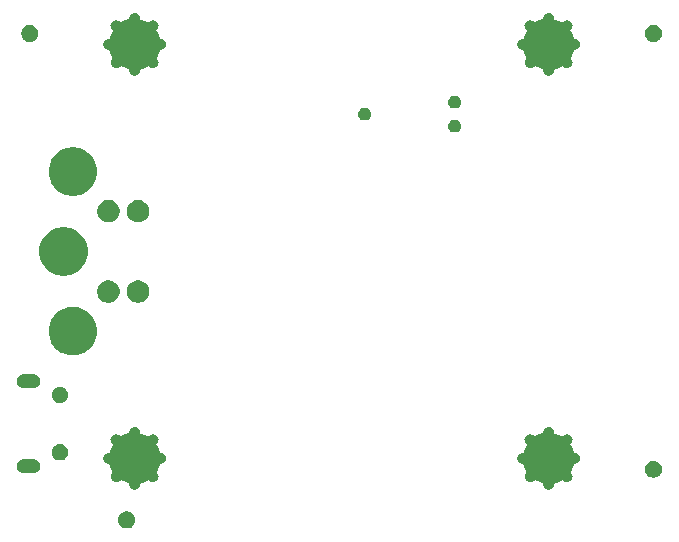
<source format=gbs>
G04 #@! TF.GenerationSoftware,KiCad,Pcbnew,(5.1.5-0-10_14)*
G04 #@! TF.CreationDate,2021-02-17T02:27:33-05:00*
G04 #@! TF.ProjectId,ADBT,41444254-2e6b-4696-9361-645f70636258,rev?*
G04 #@! TF.SameCoordinates,Original*
G04 #@! TF.FileFunction,Soldermask,Bot*
G04 #@! TF.FilePolarity,Negative*
%FSLAX46Y46*%
G04 Gerber Fmt 4.6, Leading zero omitted, Abs format (unit mm)*
G04 Created by KiCad (PCBNEW (5.1.5-0-10_14)) date 2021-02-17 02:27:33*
%MOMM*%
%LPD*%
G04 APERTURE LIST*
%ADD10C,0.400000*%
%ADD11C,0.450000*%
%ADD12C,4.200000*%
%ADD13C,0.100000*%
G04 APERTURE END LIST*
D10*
X113273900Y-109965500D02*
G75*
G02X113673900Y-109565500I200000J200000D01*
G01*
D11*
X112823900Y-111065500D02*
G75*
G03X112823900Y-111565500I0J-250000D01*
G01*
D10*
X113273900Y-112665500D02*
G75*
G03X113673900Y-113065500I200000J-200000D01*
G01*
D11*
X114773900Y-113515500D02*
G75*
G03X115273900Y-113515500I250000J0D01*
G01*
D10*
X116773900Y-112665500D02*
G75*
G02X116373900Y-113065500I-200000J-200000D01*
G01*
D11*
X117223900Y-111065500D02*
G75*
G02X117223900Y-111565500I0J-250000D01*
G01*
D10*
X116773900Y-109965500D02*
G75*
G03X116373900Y-109565500I-200000J200000D01*
G01*
D11*
X114773900Y-109115500D02*
G75*
G02X115273900Y-109115500I250000J0D01*
G01*
D12*
X115123900Y-111315500D02*
G75*
G03X115123900Y-111315500I-100000J0D01*
G01*
D10*
X148325900Y-109965500D02*
G75*
G02X148725900Y-109565500I200000J200000D01*
G01*
D11*
X147875900Y-111065500D02*
G75*
G03X147875900Y-111565500I0J-250000D01*
G01*
D10*
X148325900Y-112665500D02*
G75*
G03X148725900Y-113065500I200000J-200000D01*
G01*
D11*
X149825900Y-113515500D02*
G75*
G03X150325900Y-113515500I250000J0D01*
G01*
D10*
X151825900Y-112665500D02*
G75*
G02X151425900Y-113065500I-200000J-200000D01*
G01*
D11*
X152275900Y-111065500D02*
G75*
G02X152275900Y-111565500I0J-250000D01*
G01*
D10*
X151825900Y-109965500D02*
G75*
G03X151425900Y-109565500I-200000J200000D01*
G01*
D11*
X149825900Y-109115500D02*
G75*
G02X150325900Y-109115500I250000J0D01*
G01*
D12*
X150175900Y-111315500D02*
G75*
G03X150175900Y-111315500I-100000J0D01*
G01*
D10*
X113273900Y-74913500D02*
G75*
G02X113673900Y-74513500I200000J200000D01*
G01*
D11*
X112823900Y-76013500D02*
G75*
G03X112823900Y-76513500I0J-250000D01*
G01*
D10*
X113273900Y-77613500D02*
G75*
G03X113673900Y-78013500I200000J-200000D01*
G01*
D11*
X114773900Y-78463500D02*
G75*
G03X115273900Y-78463500I250000J0D01*
G01*
D10*
X116773900Y-77613500D02*
G75*
G02X116373900Y-78013500I-200000J-200000D01*
G01*
D11*
X117223900Y-76013500D02*
G75*
G02X117223900Y-76513500I0J-250000D01*
G01*
D10*
X116773900Y-74913500D02*
G75*
G03X116373900Y-74513500I-200000J200000D01*
G01*
D11*
X114773900Y-74063500D02*
G75*
G02X115273900Y-74063500I250000J0D01*
G01*
D12*
X115123900Y-76263500D02*
G75*
G03X115123900Y-76263500I-100000J0D01*
G01*
D10*
X148325900Y-74913500D02*
G75*
G02X148725900Y-74513500I200000J200000D01*
G01*
D11*
X147875900Y-76013500D02*
G75*
G03X147875900Y-76513500I0J-250000D01*
G01*
D10*
X148325900Y-77613500D02*
G75*
G03X148725900Y-78013500I200000J-200000D01*
G01*
D11*
X149825900Y-78463500D02*
G75*
G03X150325900Y-78463500I250000J0D01*
G01*
D10*
X151825900Y-77613500D02*
G75*
G02X151425900Y-78013500I-200000J-200000D01*
G01*
D11*
X152275900Y-76013500D02*
G75*
G02X152275900Y-76513500I0J-250000D01*
G01*
D10*
X151825900Y-74913500D02*
G75*
G03X151425900Y-74513500I-200000J200000D01*
G01*
D11*
X149825900Y-74063500D02*
G75*
G02X150325900Y-74063500I250000J0D01*
G01*
D12*
X150175900Y-76263500D02*
G75*
G03X150175900Y-76263500I-100000J0D01*
G01*
D13*
G36*
X114561981Y-115839022D02*
G01*
X114561984Y-115839023D01*
X114561983Y-115839023D01*
X114693743Y-115893600D01*
X114753435Y-115933485D01*
X114812322Y-115972832D01*
X114913168Y-116073678D01*
X114992401Y-116192259D01*
X115046978Y-116324019D01*
X115074800Y-116463891D01*
X115074800Y-116606509D01*
X115046978Y-116746381D01*
X115046977Y-116746383D01*
X114992400Y-116878143D01*
X114913167Y-116996723D01*
X114812323Y-117097567D01*
X114693743Y-117176800D01*
X114693742Y-117176801D01*
X114693741Y-117176801D01*
X114561981Y-117231378D01*
X114422109Y-117259200D01*
X114279491Y-117259200D01*
X114139619Y-117231378D01*
X114007859Y-117176801D01*
X114007858Y-117176801D01*
X114007857Y-117176800D01*
X113889277Y-117097567D01*
X113788433Y-116996723D01*
X113709200Y-116878143D01*
X113654623Y-116746383D01*
X113654622Y-116746381D01*
X113626800Y-116606509D01*
X113626800Y-116463891D01*
X113654622Y-116324019D01*
X113709199Y-116192259D01*
X113788432Y-116073678D01*
X113889278Y-115972832D01*
X113948165Y-115933485D01*
X114007857Y-115893600D01*
X114139617Y-115839023D01*
X114139616Y-115839023D01*
X114139619Y-115839022D01*
X114279491Y-115811200D01*
X114422109Y-115811200D01*
X114561981Y-115839022D01*
G37*
G36*
X150207159Y-113082793D02*
G01*
X150241082Y-113096844D01*
X150289055Y-113116715D01*
X150362758Y-113165962D01*
X150425438Y-113228642D01*
X150474685Y-113302345D01*
X150494556Y-113350318D01*
X150508607Y-113384241D01*
X150525900Y-113471178D01*
X150525900Y-113559822D01*
X150508607Y-113646759D01*
X150494556Y-113680682D01*
X150474685Y-113728655D01*
X150425438Y-113802358D01*
X150362758Y-113865038D01*
X150289055Y-113914285D01*
X150241082Y-113934156D01*
X150207159Y-113948207D01*
X150120222Y-113965500D01*
X150031578Y-113965500D01*
X149944641Y-113948207D01*
X149910718Y-113934156D01*
X149862745Y-113914285D01*
X149789042Y-113865038D01*
X149726362Y-113802358D01*
X149677115Y-113728655D01*
X149657244Y-113680682D01*
X149643193Y-113646759D01*
X149625900Y-113559822D01*
X149625900Y-113471178D01*
X149643193Y-113384241D01*
X149657244Y-113350318D01*
X149677115Y-113302345D01*
X149726362Y-113228642D01*
X149789042Y-113165962D01*
X149862745Y-113116715D01*
X149910718Y-113096844D01*
X149944641Y-113082793D01*
X150031578Y-113065500D01*
X150120222Y-113065500D01*
X150207159Y-113082793D01*
G37*
G36*
X115155159Y-113082793D02*
G01*
X115189082Y-113096844D01*
X115237055Y-113116715D01*
X115310758Y-113165962D01*
X115373438Y-113228642D01*
X115422685Y-113302345D01*
X115442556Y-113350318D01*
X115456607Y-113384241D01*
X115473900Y-113471178D01*
X115473900Y-113559822D01*
X115456607Y-113646759D01*
X115442556Y-113680682D01*
X115422685Y-113728655D01*
X115373438Y-113802358D01*
X115310758Y-113865038D01*
X115237055Y-113914285D01*
X115189082Y-113934156D01*
X115155159Y-113948207D01*
X115068222Y-113965500D01*
X114979578Y-113965500D01*
X114892641Y-113948207D01*
X114858718Y-113934156D01*
X114810745Y-113914285D01*
X114737042Y-113865038D01*
X114674362Y-113802358D01*
X114625115Y-113728655D01*
X114605244Y-113680682D01*
X114591193Y-113646759D01*
X114573900Y-113559822D01*
X114573900Y-113471178D01*
X114591193Y-113384241D01*
X114605244Y-113350318D01*
X114625115Y-113302345D01*
X114674362Y-113228642D01*
X114737042Y-113165962D01*
X114810745Y-113116715D01*
X114858718Y-113096844D01*
X114892641Y-113082793D01*
X114979578Y-113065500D01*
X115068222Y-113065500D01*
X115155159Y-113082793D01*
G37*
G36*
X148657159Y-109332793D02*
G01*
X148691082Y-109346844D01*
X148739055Y-109366715D01*
X148812758Y-109415962D01*
X148875438Y-109478642D01*
X148924685Y-109552345D01*
X148944556Y-109600318D01*
X148958607Y-109634241D01*
X148975900Y-109721178D01*
X148975900Y-109809822D01*
X148958607Y-109896759D01*
X148944556Y-109930682D01*
X148924685Y-109978655D01*
X148895385Y-110022505D01*
X148890769Y-110031142D01*
X148887924Y-110040522D01*
X148886963Y-110050276D01*
X148887924Y-110060030D01*
X148890769Y-110069410D01*
X148895389Y-110078054D01*
X148901607Y-110085631D01*
X148909184Y-110091849D01*
X148917828Y-110096469D01*
X148927208Y-110099314D01*
X148936962Y-110100275D01*
X148946716Y-110099314D01*
X148956096Y-110096469D01*
X148964740Y-110091849D01*
X148972311Y-110085636D01*
X149024086Y-110033861D01*
X149294332Y-109853289D01*
X149294333Y-109853288D01*
X149470233Y-109780428D01*
X149594613Y-109728908D01*
X149754001Y-109697204D01*
X149913388Y-109665500D01*
X150238412Y-109665500D01*
X150397799Y-109697204D01*
X150557187Y-109728908D01*
X150681567Y-109780428D01*
X150857467Y-109853288D01*
X150857468Y-109853289D01*
X151127714Y-110033861D01*
X151179489Y-110085636D01*
X151187060Y-110091849D01*
X151195704Y-110096469D01*
X151205084Y-110099314D01*
X151214838Y-110100275D01*
X151224592Y-110099314D01*
X151233972Y-110096469D01*
X151242616Y-110091849D01*
X151250193Y-110085631D01*
X151256411Y-110078054D01*
X151261031Y-110069410D01*
X151263876Y-110060030D01*
X151264837Y-110050276D01*
X151263876Y-110040522D01*
X151261031Y-110031142D01*
X151256415Y-110022505D01*
X151227115Y-109978655D01*
X151207244Y-109930682D01*
X151193193Y-109896759D01*
X151175900Y-109809822D01*
X151175900Y-109721178D01*
X151193193Y-109634241D01*
X151207244Y-109600318D01*
X151227115Y-109552345D01*
X151276362Y-109478642D01*
X151339042Y-109415962D01*
X151412745Y-109366715D01*
X151460718Y-109346844D01*
X151494641Y-109332793D01*
X151581578Y-109315500D01*
X151670222Y-109315500D01*
X151757159Y-109332793D01*
X151791082Y-109346844D01*
X151839055Y-109366715D01*
X151912758Y-109415962D01*
X151975438Y-109478642D01*
X152024685Y-109552345D01*
X152044556Y-109600318D01*
X152058607Y-109634241D01*
X152075900Y-109721178D01*
X152075900Y-109809822D01*
X152058607Y-109896759D01*
X152044556Y-109930682D01*
X152024685Y-109978655D01*
X151975438Y-110052358D01*
X151912758Y-110115038D01*
X151839055Y-110164285D01*
X151801918Y-110179667D01*
X151757159Y-110198207D01*
X151670222Y-110215500D01*
X151581578Y-110215500D01*
X151494641Y-110198207D01*
X151449882Y-110179667D01*
X151412745Y-110164285D01*
X151368895Y-110134985D01*
X151360258Y-110130369D01*
X151350878Y-110127524D01*
X151341124Y-110126563D01*
X151331370Y-110127524D01*
X151321990Y-110130369D01*
X151313346Y-110134989D01*
X151305769Y-110141207D01*
X151299551Y-110148784D01*
X151294931Y-110157428D01*
X151292086Y-110166808D01*
X151291125Y-110176562D01*
X151292086Y-110186316D01*
X151294931Y-110195696D01*
X151299551Y-110204340D01*
X151305764Y-110211911D01*
X151357539Y-110263686D01*
X151357540Y-110263688D01*
X151538112Y-110533933D01*
X151563746Y-110595819D01*
X151662492Y-110834213D01*
X151688698Y-110965962D01*
X151725900Y-111152988D01*
X151725900Y-111478012D01*
X151715827Y-111528653D01*
X151662492Y-111796787D01*
X151636175Y-111860321D01*
X151538112Y-112097067D01*
X151538111Y-112097068D01*
X151357539Y-112367314D01*
X151305764Y-112419089D01*
X151299551Y-112426660D01*
X151294931Y-112435304D01*
X151292086Y-112444684D01*
X151291125Y-112454438D01*
X151292086Y-112464192D01*
X151294931Y-112473572D01*
X151299551Y-112482216D01*
X151305769Y-112489793D01*
X151313346Y-112496011D01*
X151321990Y-112500631D01*
X151331370Y-112503476D01*
X151341124Y-112504437D01*
X151350878Y-112503476D01*
X151360258Y-112500631D01*
X151368895Y-112496015D01*
X151412745Y-112466715D01*
X151465934Y-112444684D01*
X151494641Y-112432793D01*
X151581578Y-112415500D01*
X151670222Y-112415500D01*
X151757159Y-112432793D01*
X151785866Y-112444684D01*
X151839055Y-112466715D01*
X151912758Y-112515962D01*
X151975438Y-112578642D01*
X152024685Y-112652345D01*
X152044556Y-112700318D01*
X152058607Y-112734241D01*
X152075900Y-112821178D01*
X152075900Y-112909822D01*
X152058607Y-112996759D01*
X152044556Y-113030682D01*
X152024685Y-113078655D01*
X151975438Y-113152358D01*
X151912758Y-113215038D01*
X151839055Y-113264285D01*
X151791082Y-113284156D01*
X151757159Y-113298207D01*
X151670222Y-113315500D01*
X151581578Y-113315500D01*
X151494641Y-113298207D01*
X151460718Y-113284156D01*
X151412745Y-113264285D01*
X151339042Y-113215038D01*
X151276362Y-113152358D01*
X151227115Y-113078655D01*
X151207244Y-113030682D01*
X151193193Y-112996759D01*
X151175900Y-112909822D01*
X151175900Y-112821178D01*
X151193193Y-112734241D01*
X151207244Y-112700318D01*
X151227115Y-112652345D01*
X151256415Y-112608495D01*
X151261031Y-112599858D01*
X151263876Y-112590478D01*
X151264837Y-112580724D01*
X151263876Y-112570970D01*
X151261031Y-112561590D01*
X151256411Y-112552946D01*
X151250193Y-112545369D01*
X151242616Y-112539151D01*
X151233972Y-112534531D01*
X151224592Y-112531686D01*
X151214838Y-112530725D01*
X151205084Y-112531686D01*
X151195704Y-112534531D01*
X151187060Y-112539151D01*
X151179489Y-112545364D01*
X151127714Y-112597139D01*
X151110708Y-112608502D01*
X150857467Y-112777712D01*
X150681567Y-112850572D01*
X150557187Y-112902092D01*
X150518330Y-112909821D01*
X150238412Y-112965500D01*
X149913388Y-112965500D01*
X149633470Y-112909821D01*
X149594613Y-112902092D01*
X149470233Y-112850572D01*
X149294333Y-112777712D01*
X149041092Y-112608502D01*
X149024086Y-112597139D01*
X148972311Y-112545364D01*
X148964740Y-112539151D01*
X148956096Y-112534531D01*
X148946716Y-112531686D01*
X148936962Y-112530725D01*
X148927208Y-112531686D01*
X148917828Y-112534531D01*
X148909184Y-112539151D01*
X148901607Y-112545369D01*
X148895389Y-112552946D01*
X148890769Y-112561590D01*
X148887924Y-112570970D01*
X148886963Y-112580724D01*
X148887924Y-112590478D01*
X148890769Y-112599858D01*
X148895385Y-112608495D01*
X148924685Y-112652345D01*
X148944556Y-112700318D01*
X148958607Y-112734241D01*
X148975900Y-112821178D01*
X148975900Y-112909822D01*
X148958607Y-112996759D01*
X148944556Y-113030682D01*
X148924685Y-113078655D01*
X148875438Y-113152358D01*
X148812758Y-113215038D01*
X148739055Y-113264285D01*
X148691082Y-113284156D01*
X148657159Y-113298207D01*
X148570222Y-113315500D01*
X148481578Y-113315500D01*
X148394641Y-113298207D01*
X148360718Y-113284156D01*
X148312745Y-113264285D01*
X148239042Y-113215038D01*
X148176362Y-113152358D01*
X148127115Y-113078655D01*
X148107244Y-113030682D01*
X148093193Y-112996759D01*
X148075900Y-112909822D01*
X148075900Y-112821178D01*
X148093193Y-112734241D01*
X148107244Y-112700318D01*
X148127115Y-112652345D01*
X148176362Y-112578642D01*
X148239042Y-112515962D01*
X148312745Y-112466715D01*
X148365934Y-112444684D01*
X148394641Y-112432793D01*
X148481578Y-112415500D01*
X148570222Y-112415500D01*
X148657159Y-112432793D01*
X148685866Y-112444684D01*
X148739055Y-112466715D01*
X148782905Y-112496015D01*
X148791542Y-112500631D01*
X148800922Y-112503476D01*
X148810676Y-112504437D01*
X148820430Y-112503476D01*
X148829810Y-112500631D01*
X148838454Y-112496011D01*
X148846031Y-112489793D01*
X148852249Y-112482216D01*
X148856869Y-112473572D01*
X148859714Y-112464192D01*
X148860675Y-112454438D01*
X148859714Y-112444684D01*
X148856869Y-112435304D01*
X148852249Y-112426660D01*
X148846036Y-112419089D01*
X148794261Y-112367314D01*
X148613689Y-112097068D01*
X148613688Y-112097067D01*
X148515625Y-111860321D01*
X148489308Y-111796787D01*
X148435973Y-111528653D01*
X148425900Y-111478012D01*
X148425900Y-111152988D01*
X148463102Y-110965962D01*
X148489308Y-110834213D01*
X148588054Y-110595819D01*
X148613688Y-110533933D01*
X148794260Y-110263688D01*
X148794261Y-110263686D01*
X148846036Y-110211911D01*
X148852249Y-110204340D01*
X148856869Y-110195696D01*
X148859714Y-110186316D01*
X148860675Y-110176562D01*
X148859714Y-110166808D01*
X148856869Y-110157428D01*
X148852249Y-110148784D01*
X148846031Y-110141207D01*
X148838454Y-110134989D01*
X148829810Y-110130369D01*
X148820430Y-110127524D01*
X148810676Y-110126563D01*
X148800922Y-110127524D01*
X148791542Y-110130369D01*
X148782905Y-110134985D01*
X148739055Y-110164285D01*
X148701918Y-110179667D01*
X148657159Y-110198207D01*
X148570222Y-110215500D01*
X148481578Y-110215500D01*
X148394641Y-110198207D01*
X148349882Y-110179667D01*
X148312745Y-110164285D01*
X148239042Y-110115038D01*
X148176362Y-110052358D01*
X148127115Y-109978655D01*
X148107244Y-109930682D01*
X148093193Y-109896759D01*
X148075900Y-109809822D01*
X148075900Y-109721178D01*
X148093193Y-109634241D01*
X148107244Y-109600318D01*
X148127115Y-109552345D01*
X148176362Y-109478642D01*
X148239042Y-109415962D01*
X148312745Y-109366715D01*
X148360718Y-109346844D01*
X148394641Y-109332793D01*
X148481578Y-109315500D01*
X148570222Y-109315500D01*
X148657159Y-109332793D01*
G37*
G36*
X113605159Y-109332793D02*
G01*
X113639082Y-109346844D01*
X113687055Y-109366715D01*
X113760758Y-109415962D01*
X113823438Y-109478642D01*
X113872685Y-109552345D01*
X113892556Y-109600318D01*
X113906607Y-109634241D01*
X113923900Y-109721178D01*
X113923900Y-109809822D01*
X113906607Y-109896759D01*
X113892556Y-109930682D01*
X113872685Y-109978655D01*
X113843385Y-110022505D01*
X113838769Y-110031142D01*
X113835924Y-110040522D01*
X113834963Y-110050276D01*
X113835924Y-110060030D01*
X113838769Y-110069410D01*
X113843389Y-110078054D01*
X113849607Y-110085631D01*
X113857184Y-110091849D01*
X113865828Y-110096469D01*
X113875208Y-110099314D01*
X113884962Y-110100275D01*
X113894716Y-110099314D01*
X113904096Y-110096469D01*
X113912740Y-110091849D01*
X113920311Y-110085636D01*
X113972086Y-110033861D01*
X114242332Y-109853289D01*
X114242333Y-109853288D01*
X114418233Y-109780428D01*
X114542613Y-109728908D01*
X114702001Y-109697204D01*
X114861388Y-109665500D01*
X115186412Y-109665500D01*
X115345799Y-109697204D01*
X115505187Y-109728908D01*
X115629567Y-109780428D01*
X115805467Y-109853288D01*
X115805468Y-109853289D01*
X116075714Y-110033861D01*
X116127489Y-110085636D01*
X116135060Y-110091849D01*
X116143704Y-110096469D01*
X116153084Y-110099314D01*
X116162838Y-110100275D01*
X116172592Y-110099314D01*
X116181972Y-110096469D01*
X116190616Y-110091849D01*
X116198193Y-110085631D01*
X116204411Y-110078054D01*
X116209031Y-110069410D01*
X116211876Y-110060030D01*
X116212837Y-110050276D01*
X116211876Y-110040522D01*
X116209031Y-110031142D01*
X116204415Y-110022505D01*
X116175115Y-109978655D01*
X116155244Y-109930682D01*
X116141193Y-109896759D01*
X116123900Y-109809822D01*
X116123900Y-109721178D01*
X116141193Y-109634241D01*
X116155244Y-109600318D01*
X116175115Y-109552345D01*
X116224362Y-109478642D01*
X116287042Y-109415962D01*
X116360745Y-109366715D01*
X116408718Y-109346844D01*
X116442641Y-109332793D01*
X116529578Y-109315500D01*
X116618222Y-109315500D01*
X116705159Y-109332793D01*
X116739082Y-109346844D01*
X116787055Y-109366715D01*
X116860758Y-109415962D01*
X116923438Y-109478642D01*
X116972685Y-109552345D01*
X116992556Y-109600318D01*
X117006607Y-109634241D01*
X117023900Y-109721178D01*
X117023900Y-109809822D01*
X117006607Y-109896759D01*
X116992556Y-109930682D01*
X116972685Y-109978655D01*
X116923438Y-110052358D01*
X116860758Y-110115038D01*
X116787055Y-110164285D01*
X116749918Y-110179667D01*
X116705159Y-110198207D01*
X116618222Y-110215500D01*
X116529578Y-110215500D01*
X116442641Y-110198207D01*
X116397882Y-110179667D01*
X116360745Y-110164285D01*
X116316895Y-110134985D01*
X116308258Y-110130369D01*
X116298878Y-110127524D01*
X116289124Y-110126563D01*
X116279370Y-110127524D01*
X116269990Y-110130369D01*
X116261346Y-110134989D01*
X116253769Y-110141207D01*
X116247551Y-110148784D01*
X116242931Y-110157428D01*
X116240086Y-110166808D01*
X116239125Y-110176562D01*
X116240086Y-110186316D01*
X116242931Y-110195696D01*
X116247551Y-110204340D01*
X116253764Y-110211911D01*
X116305539Y-110263686D01*
X116305540Y-110263688D01*
X116486112Y-110533933D01*
X116511746Y-110595819D01*
X116610492Y-110834213D01*
X116636698Y-110965962D01*
X116673900Y-111152988D01*
X116673900Y-111478012D01*
X116663827Y-111528653D01*
X116610492Y-111796787D01*
X116584175Y-111860321D01*
X116486112Y-112097067D01*
X116486111Y-112097068D01*
X116305539Y-112367314D01*
X116253764Y-112419089D01*
X116247551Y-112426660D01*
X116242931Y-112435304D01*
X116240086Y-112444684D01*
X116239125Y-112454438D01*
X116240086Y-112464192D01*
X116242931Y-112473572D01*
X116247551Y-112482216D01*
X116253769Y-112489793D01*
X116261346Y-112496011D01*
X116269990Y-112500631D01*
X116279370Y-112503476D01*
X116289124Y-112504437D01*
X116298878Y-112503476D01*
X116308258Y-112500631D01*
X116316895Y-112496015D01*
X116360745Y-112466715D01*
X116413934Y-112444684D01*
X116442641Y-112432793D01*
X116529578Y-112415500D01*
X116618222Y-112415500D01*
X116705159Y-112432793D01*
X116733866Y-112444684D01*
X116787055Y-112466715D01*
X116860758Y-112515962D01*
X116923438Y-112578642D01*
X116972685Y-112652345D01*
X116992556Y-112700318D01*
X117006607Y-112734241D01*
X117023900Y-112821178D01*
X117023900Y-112909822D01*
X117006607Y-112996759D01*
X116992556Y-113030682D01*
X116972685Y-113078655D01*
X116923438Y-113152358D01*
X116860758Y-113215038D01*
X116787055Y-113264285D01*
X116739082Y-113284156D01*
X116705159Y-113298207D01*
X116618222Y-113315500D01*
X116529578Y-113315500D01*
X116442641Y-113298207D01*
X116408718Y-113284156D01*
X116360745Y-113264285D01*
X116287042Y-113215038D01*
X116224362Y-113152358D01*
X116175115Y-113078655D01*
X116155244Y-113030682D01*
X116141193Y-112996759D01*
X116123900Y-112909822D01*
X116123900Y-112821178D01*
X116141193Y-112734241D01*
X116155244Y-112700318D01*
X116175115Y-112652345D01*
X116204415Y-112608495D01*
X116209031Y-112599858D01*
X116211876Y-112590478D01*
X116212837Y-112580724D01*
X116211876Y-112570970D01*
X116209031Y-112561590D01*
X116204411Y-112552946D01*
X116198193Y-112545369D01*
X116190616Y-112539151D01*
X116181972Y-112534531D01*
X116172592Y-112531686D01*
X116162838Y-112530725D01*
X116153084Y-112531686D01*
X116143704Y-112534531D01*
X116135060Y-112539151D01*
X116127489Y-112545364D01*
X116075714Y-112597139D01*
X116058708Y-112608502D01*
X115805467Y-112777712D01*
X115629567Y-112850572D01*
X115505187Y-112902092D01*
X115466330Y-112909821D01*
X115186412Y-112965500D01*
X114861388Y-112965500D01*
X114581470Y-112909821D01*
X114542613Y-112902092D01*
X114418233Y-112850572D01*
X114242333Y-112777712D01*
X113989092Y-112608502D01*
X113972086Y-112597139D01*
X113920311Y-112545364D01*
X113912740Y-112539151D01*
X113904096Y-112534531D01*
X113894716Y-112531686D01*
X113884962Y-112530725D01*
X113875208Y-112531686D01*
X113865828Y-112534531D01*
X113857184Y-112539151D01*
X113849607Y-112545369D01*
X113843389Y-112552946D01*
X113838769Y-112561590D01*
X113835924Y-112570970D01*
X113834963Y-112580724D01*
X113835924Y-112590478D01*
X113838769Y-112599858D01*
X113843385Y-112608495D01*
X113872685Y-112652345D01*
X113892556Y-112700318D01*
X113906607Y-112734241D01*
X113923900Y-112821178D01*
X113923900Y-112909822D01*
X113906607Y-112996759D01*
X113892556Y-113030682D01*
X113872685Y-113078655D01*
X113823438Y-113152358D01*
X113760758Y-113215038D01*
X113687055Y-113264285D01*
X113639082Y-113284156D01*
X113605159Y-113298207D01*
X113518222Y-113315500D01*
X113429578Y-113315500D01*
X113342641Y-113298207D01*
X113308718Y-113284156D01*
X113260745Y-113264285D01*
X113187042Y-113215038D01*
X113124362Y-113152358D01*
X113075115Y-113078655D01*
X113055244Y-113030682D01*
X113041193Y-112996759D01*
X113023900Y-112909822D01*
X113023900Y-112821178D01*
X113041193Y-112734241D01*
X113055244Y-112700318D01*
X113075115Y-112652345D01*
X113124362Y-112578642D01*
X113187042Y-112515962D01*
X113260745Y-112466715D01*
X113313934Y-112444684D01*
X113342641Y-112432793D01*
X113429578Y-112415500D01*
X113518222Y-112415500D01*
X113605159Y-112432793D01*
X113633866Y-112444684D01*
X113687055Y-112466715D01*
X113730905Y-112496015D01*
X113739542Y-112500631D01*
X113748922Y-112503476D01*
X113758676Y-112504437D01*
X113768430Y-112503476D01*
X113777810Y-112500631D01*
X113786454Y-112496011D01*
X113794031Y-112489793D01*
X113800249Y-112482216D01*
X113804869Y-112473572D01*
X113807714Y-112464192D01*
X113808675Y-112454438D01*
X113807714Y-112444684D01*
X113804869Y-112435304D01*
X113800249Y-112426660D01*
X113794036Y-112419089D01*
X113742261Y-112367314D01*
X113561689Y-112097068D01*
X113561688Y-112097067D01*
X113463625Y-111860321D01*
X113437308Y-111796787D01*
X113383973Y-111528653D01*
X113373900Y-111478012D01*
X113373900Y-111152988D01*
X113411102Y-110965962D01*
X113437308Y-110834213D01*
X113536054Y-110595819D01*
X113561688Y-110533933D01*
X113742260Y-110263688D01*
X113742261Y-110263686D01*
X113794036Y-110211911D01*
X113800249Y-110204340D01*
X113804869Y-110195696D01*
X113807714Y-110186316D01*
X113808675Y-110176562D01*
X113807714Y-110166808D01*
X113804869Y-110157428D01*
X113800249Y-110148784D01*
X113794031Y-110141207D01*
X113786454Y-110134989D01*
X113777810Y-110130369D01*
X113768430Y-110127524D01*
X113758676Y-110126563D01*
X113748922Y-110127524D01*
X113739542Y-110130369D01*
X113730905Y-110134985D01*
X113687055Y-110164285D01*
X113649918Y-110179667D01*
X113605159Y-110198207D01*
X113518222Y-110215500D01*
X113429578Y-110215500D01*
X113342641Y-110198207D01*
X113297882Y-110179667D01*
X113260745Y-110164285D01*
X113187042Y-110115038D01*
X113124362Y-110052358D01*
X113075115Y-109978655D01*
X113055244Y-109930682D01*
X113041193Y-109896759D01*
X113023900Y-109809822D01*
X113023900Y-109721178D01*
X113041193Y-109634241D01*
X113055244Y-109600318D01*
X113075115Y-109552345D01*
X113124362Y-109478642D01*
X113187042Y-109415962D01*
X113260745Y-109366715D01*
X113308718Y-109346844D01*
X113342641Y-109332793D01*
X113429578Y-109315500D01*
X113518222Y-109315500D01*
X113605159Y-109332793D01*
G37*
G36*
X159164381Y-111546422D02*
G01*
X159296141Y-111600999D01*
X159296143Y-111601000D01*
X159298175Y-111602358D01*
X159414722Y-111680232D01*
X159515568Y-111781078D01*
X159594801Y-111899659D01*
X159649378Y-112031419D01*
X159677200Y-112171291D01*
X159677200Y-112313909D01*
X159649378Y-112453781D01*
X159597658Y-112578643D01*
X159594800Y-112585543D01*
X159515567Y-112704123D01*
X159414723Y-112804967D01*
X159296143Y-112884200D01*
X159296142Y-112884201D01*
X159296141Y-112884201D01*
X159164381Y-112938778D01*
X159024509Y-112966600D01*
X158881891Y-112966600D01*
X158742019Y-112938778D01*
X158610259Y-112884201D01*
X158610258Y-112884201D01*
X158610257Y-112884200D01*
X158491677Y-112804967D01*
X158390833Y-112704123D01*
X158311600Y-112585543D01*
X158308742Y-112578643D01*
X158257022Y-112453781D01*
X158229200Y-112313909D01*
X158229200Y-112171291D01*
X158257022Y-112031419D01*
X158311599Y-111899659D01*
X158390832Y-111781078D01*
X158491678Y-111680232D01*
X158608225Y-111602358D01*
X158610257Y-111601000D01*
X158610259Y-111600999D01*
X158742019Y-111546422D01*
X158881891Y-111518600D01*
X159024509Y-111518600D01*
X159164381Y-111546422D01*
G37*
G36*
X106579679Y-111398464D02*
G01*
X106689954Y-111431916D01*
X106791578Y-111486235D01*
X106791579Y-111486236D01*
X106791581Y-111486237D01*
X106880659Y-111559341D01*
X106953763Y-111648419D01*
X106953765Y-111648422D01*
X107008084Y-111750046D01*
X107041536Y-111860321D01*
X107052830Y-111975000D01*
X107041536Y-112089679D01*
X107008084Y-112199954D01*
X106953765Y-112301578D01*
X106953763Y-112301581D01*
X106880659Y-112390659D01*
X106791581Y-112463763D01*
X106791579Y-112463764D01*
X106791578Y-112463765D01*
X106689954Y-112518084D01*
X106579679Y-112551536D01*
X106493737Y-112560000D01*
X105606263Y-112560000D01*
X105520321Y-112551536D01*
X105410046Y-112518084D01*
X105308422Y-112463765D01*
X105308421Y-112463764D01*
X105308419Y-112463763D01*
X105219341Y-112390659D01*
X105146237Y-112301581D01*
X105146235Y-112301578D01*
X105091916Y-112199954D01*
X105058464Y-112089679D01*
X105047170Y-111975000D01*
X105058464Y-111860321D01*
X105091916Y-111750046D01*
X105146235Y-111648422D01*
X105146237Y-111648419D01*
X105219341Y-111559341D01*
X105308419Y-111486237D01*
X105308421Y-111486236D01*
X105308422Y-111486235D01*
X105410046Y-111431916D01*
X105520321Y-111398464D01*
X105606263Y-111390000D01*
X106493737Y-111390000D01*
X106579679Y-111398464D01*
G37*
G36*
X117355159Y-110882793D02*
G01*
X117389082Y-110896844D01*
X117437055Y-110916715D01*
X117510758Y-110965962D01*
X117573438Y-111028642D01*
X117622685Y-111102345D01*
X117642556Y-111150318D01*
X117656607Y-111184241D01*
X117673900Y-111271178D01*
X117673900Y-111359822D01*
X117656607Y-111446759D01*
X117645696Y-111473099D01*
X117622685Y-111528655D01*
X117573438Y-111602358D01*
X117510758Y-111665038D01*
X117437055Y-111714285D01*
X117389082Y-111734156D01*
X117355159Y-111748207D01*
X117268222Y-111765500D01*
X117179578Y-111765500D01*
X117092641Y-111748207D01*
X117058718Y-111734156D01*
X117010745Y-111714285D01*
X116937042Y-111665038D01*
X116874362Y-111602358D01*
X116825115Y-111528655D01*
X116802104Y-111473099D01*
X116791193Y-111446759D01*
X116773900Y-111359822D01*
X116773900Y-111271178D01*
X116791193Y-111184241D01*
X116805244Y-111150318D01*
X116825115Y-111102345D01*
X116874362Y-111028642D01*
X116937042Y-110965962D01*
X117010745Y-110916715D01*
X117058718Y-110896844D01*
X117092641Y-110882793D01*
X117179578Y-110865500D01*
X117268222Y-110865500D01*
X117355159Y-110882793D01*
G37*
G36*
X152407159Y-110882793D02*
G01*
X152441082Y-110896844D01*
X152489055Y-110916715D01*
X152562758Y-110965962D01*
X152625438Y-111028642D01*
X152674685Y-111102345D01*
X152694556Y-111150318D01*
X152708607Y-111184241D01*
X152725900Y-111271178D01*
X152725900Y-111359822D01*
X152708607Y-111446759D01*
X152697696Y-111473099D01*
X152674685Y-111528655D01*
X152625438Y-111602358D01*
X152562758Y-111665038D01*
X152489055Y-111714285D01*
X152441082Y-111734156D01*
X152407159Y-111748207D01*
X152320222Y-111765500D01*
X152231578Y-111765500D01*
X152144641Y-111748207D01*
X152110718Y-111734156D01*
X152062745Y-111714285D01*
X151989042Y-111665038D01*
X151926362Y-111602358D01*
X151877115Y-111528655D01*
X151854104Y-111473099D01*
X151843193Y-111446759D01*
X151825900Y-111359822D01*
X151825900Y-111271178D01*
X151843193Y-111184241D01*
X151857244Y-111150318D01*
X151877115Y-111102345D01*
X151926362Y-111028642D01*
X151989042Y-110965962D01*
X152062745Y-110916715D01*
X152110718Y-110896844D01*
X152144641Y-110882793D01*
X152231578Y-110865500D01*
X152320222Y-110865500D01*
X152407159Y-110882793D01*
G37*
G36*
X148007159Y-110882793D02*
G01*
X148041082Y-110896844D01*
X148089055Y-110916715D01*
X148162758Y-110965962D01*
X148225438Y-111028642D01*
X148274685Y-111102345D01*
X148294556Y-111150318D01*
X148308607Y-111184241D01*
X148325900Y-111271178D01*
X148325900Y-111359822D01*
X148308607Y-111446759D01*
X148297696Y-111473099D01*
X148274685Y-111528655D01*
X148225438Y-111602358D01*
X148162758Y-111665038D01*
X148089055Y-111714285D01*
X148041082Y-111734156D01*
X148007159Y-111748207D01*
X147920222Y-111765500D01*
X147831578Y-111765500D01*
X147744641Y-111748207D01*
X147710718Y-111734156D01*
X147662745Y-111714285D01*
X147589042Y-111665038D01*
X147526362Y-111602358D01*
X147477115Y-111528655D01*
X147454104Y-111473099D01*
X147443193Y-111446759D01*
X147425900Y-111359822D01*
X147425900Y-111271178D01*
X147443193Y-111184241D01*
X147457244Y-111150318D01*
X147477115Y-111102345D01*
X147526362Y-111028642D01*
X147589042Y-110965962D01*
X147662745Y-110916715D01*
X147710718Y-110896844D01*
X147744641Y-110882793D01*
X147831578Y-110865500D01*
X147920222Y-110865500D01*
X148007159Y-110882793D01*
G37*
G36*
X112955159Y-110882793D02*
G01*
X112989082Y-110896844D01*
X113037055Y-110916715D01*
X113110758Y-110965962D01*
X113173438Y-111028642D01*
X113222685Y-111102345D01*
X113242556Y-111150318D01*
X113256607Y-111184241D01*
X113273900Y-111271178D01*
X113273900Y-111359822D01*
X113256607Y-111446759D01*
X113245696Y-111473099D01*
X113222685Y-111528655D01*
X113173438Y-111602358D01*
X113110758Y-111665038D01*
X113037055Y-111714285D01*
X112989082Y-111734156D01*
X112955159Y-111748207D01*
X112868222Y-111765500D01*
X112779578Y-111765500D01*
X112692641Y-111748207D01*
X112658718Y-111734156D01*
X112610745Y-111714285D01*
X112537042Y-111665038D01*
X112474362Y-111602358D01*
X112425115Y-111528655D01*
X112402104Y-111473099D01*
X112391193Y-111446759D01*
X112373900Y-111359822D01*
X112373900Y-111271178D01*
X112391193Y-111184241D01*
X112405244Y-111150318D01*
X112425115Y-111102345D01*
X112474362Y-111028642D01*
X112537042Y-110965962D01*
X112610745Y-110916715D01*
X112658718Y-110896844D01*
X112692641Y-110882793D01*
X112779578Y-110865500D01*
X112868222Y-110865500D01*
X112955159Y-110882793D01*
G37*
G36*
X108904181Y-110126900D02*
G01*
X109031573Y-110179667D01*
X109031574Y-110179668D01*
X109146224Y-110256274D01*
X109243726Y-110353776D01*
X109294913Y-110430383D01*
X109320333Y-110468427D01*
X109373100Y-110595819D01*
X109400000Y-110731055D01*
X109400000Y-110868945D01*
X109373100Y-111004181D01*
X109320333Y-111131573D01*
X109320332Y-111131574D01*
X109243726Y-111246224D01*
X109146224Y-111343726D01*
X109122134Y-111359822D01*
X109031573Y-111420333D01*
X108904181Y-111473100D01*
X108768945Y-111500000D01*
X108631055Y-111500000D01*
X108495819Y-111473100D01*
X108368427Y-111420333D01*
X108277866Y-111359822D01*
X108253776Y-111343726D01*
X108156274Y-111246224D01*
X108079668Y-111131574D01*
X108079667Y-111131573D01*
X108026900Y-111004181D01*
X108000000Y-110868945D01*
X108000000Y-110731055D01*
X108026900Y-110595819D01*
X108079667Y-110468427D01*
X108105087Y-110430383D01*
X108156274Y-110353776D01*
X108253776Y-110256274D01*
X108368426Y-110179668D01*
X108368427Y-110179667D01*
X108495819Y-110126900D01*
X108631055Y-110100000D01*
X108768945Y-110100000D01*
X108904181Y-110126900D01*
G37*
G36*
X150207159Y-108682793D02*
G01*
X150241082Y-108696844D01*
X150289055Y-108716715D01*
X150362758Y-108765962D01*
X150425438Y-108828642D01*
X150474685Y-108902345D01*
X150494556Y-108950318D01*
X150508607Y-108984241D01*
X150525900Y-109071178D01*
X150525900Y-109159822D01*
X150508607Y-109246759D01*
X150494556Y-109280682D01*
X150474685Y-109328655D01*
X150425438Y-109402358D01*
X150362758Y-109465038D01*
X150289055Y-109514285D01*
X150241082Y-109534156D01*
X150207159Y-109548207D01*
X150120222Y-109565500D01*
X150031578Y-109565500D01*
X149944641Y-109548207D01*
X149910718Y-109534156D01*
X149862745Y-109514285D01*
X149789042Y-109465038D01*
X149726362Y-109402358D01*
X149677115Y-109328655D01*
X149657244Y-109280682D01*
X149643193Y-109246759D01*
X149625900Y-109159822D01*
X149625900Y-109071178D01*
X149643193Y-108984241D01*
X149657244Y-108950318D01*
X149677115Y-108902345D01*
X149726362Y-108828642D01*
X149789042Y-108765962D01*
X149862745Y-108716715D01*
X149910718Y-108696844D01*
X149944641Y-108682793D01*
X150031578Y-108665500D01*
X150120222Y-108665500D01*
X150207159Y-108682793D01*
G37*
G36*
X115155159Y-108682793D02*
G01*
X115189082Y-108696844D01*
X115237055Y-108716715D01*
X115310758Y-108765962D01*
X115373438Y-108828642D01*
X115422685Y-108902345D01*
X115442556Y-108950318D01*
X115456607Y-108984241D01*
X115473900Y-109071178D01*
X115473900Y-109159822D01*
X115456607Y-109246759D01*
X115442556Y-109280682D01*
X115422685Y-109328655D01*
X115373438Y-109402358D01*
X115310758Y-109465038D01*
X115237055Y-109514285D01*
X115189082Y-109534156D01*
X115155159Y-109548207D01*
X115068222Y-109565500D01*
X114979578Y-109565500D01*
X114892641Y-109548207D01*
X114858718Y-109534156D01*
X114810745Y-109514285D01*
X114737042Y-109465038D01*
X114674362Y-109402358D01*
X114625115Y-109328655D01*
X114605244Y-109280682D01*
X114591193Y-109246759D01*
X114573900Y-109159822D01*
X114573900Y-109071178D01*
X114591193Y-108984241D01*
X114605244Y-108950318D01*
X114625115Y-108902345D01*
X114674362Y-108828642D01*
X114737042Y-108765962D01*
X114810745Y-108716715D01*
X114858718Y-108696844D01*
X114892641Y-108682793D01*
X114979578Y-108665500D01*
X115068222Y-108665500D01*
X115155159Y-108682793D01*
G37*
G36*
X108904181Y-105276900D02*
G01*
X109031573Y-105329667D01*
X109031574Y-105329668D01*
X109146224Y-105406274D01*
X109243726Y-105503776D01*
X109294913Y-105580383D01*
X109320333Y-105618427D01*
X109373100Y-105745819D01*
X109400000Y-105881055D01*
X109400000Y-106018945D01*
X109373100Y-106154181D01*
X109320333Y-106281573D01*
X109320332Y-106281574D01*
X109243726Y-106396224D01*
X109146224Y-106493726D01*
X109069617Y-106544913D01*
X109031573Y-106570333D01*
X108904181Y-106623100D01*
X108768945Y-106650000D01*
X108631055Y-106650000D01*
X108495819Y-106623100D01*
X108368427Y-106570333D01*
X108330383Y-106544913D01*
X108253776Y-106493726D01*
X108156274Y-106396224D01*
X108079668Y-106281574D01*
X108079667Y-106281573D01*
X108026900Y-106154181D01*
X108000000Y-106018945D01*
X108000000Y-105881055D01*
X108026900Y-105745819D01*
X108079667Y-105618427D01*
X108105087Y-105580383D01*
X108156274Y-105503776D01*
X108253776Y-105406274D01*
X108368426Y-105329668D01*
X108368427Y-105329667D01*
X108495819Y-105276900D01*
X108631055Y-105250000D01*
X108768945Y-105250000D01*
X108904181Y-105276900D01*
G37*
G36*
X106579679Y-104198464D02*
G01*
X106689954Y-104231916D01*
X106791578Y-104286235D01*
X106791579Y-104286236D01*
X106791581Y-104286237D01*
X106880659Y-104359341D01*
X106953763Y-104448419D01*
X106953765Y-104448422D01*
X107008084Y-104550046D01*
X107041536Y-104660321D01*
X107052830Y-104775000D01*
X107041536Y-104889679D01*
X107008084Y-104999954D01*
X106953765Y-105101578D01*
X106953763Y-105101581D01*
X106880659Y-105190659D01*
X106791581Y-105263763D01*
X106791579Y-105263764D01*
X106791578Y-105263765D01*
X106689954Y-105318084D01*
X106579679Y-105351536D01*
X106493737Y-105360000D01*
X105606263Y-105360000D01*
X105520321Y-105351536D01*
X105410046Y-105318084D01*
X105308422Y-105263765D01*
X105308421Y-105263764D01*
X105308419Y-105263763D01*
X105219341Y-105190659D01*
X105146237Y-105101581D01*
X105146235Y-105101578D01*
X105091916Y-104999954D01*
X105058464Y-104889679D01*
X105047170Y-104775000D01*
X105058464Y-104660321D01*
X105091916Y-104550046D01*
X105146235Y-104448422D01*
X105146237Y-104448419D01*
X105219341Y-104359341D01*
X105308419Y-104286237D01*
X105308421Y-104286236D01*
X105308422Y-104286235D01*
X105410046Y-104231916D01*
X105520321Y-104198464D01*
X105606263Y-104190000D01*
X106493737Y-104190000D01*
X106579679Y-104198464D01*
G37*
G36*
X110199935Y-98539390D02*
G01*
X110397963Y-98578780D01*
X110616505Y-98669304D01*
X110771038Y-98733313D01*
X110771039Y-98733314D01*
X111106799Y-98957661D01*
X111392339Y-99243201D01*
X111392340Y-99243203D01*
X111616687Y-99578962D01*
X111680696Y-99733495D01*
X111771220Y-99952037D01*
X111850000Y-100348093D01*
X111850000Y-100751907D01*
X111771220Y-101147963D01*
X111680696Y-101366505D01*
X111616687Y-101521038D01*
X111616686Y-101521039D01*
X111392339Y-101856799D01*
X111106799Y-102142339D01*
X110937779Y-102255274D01*
X110771038Y-102366687D01*
X110616505Y-102430696D01*
X110397963Y-102521220D01*
X110199935Y-102560610D01*
X110001909Y-102600000D01*
X109598091Y-102600000D01*
X109400065Y-102560610D01*
X109202037Y-102521220D01*
X108983495Y-102430696D01*
X108828962Y-102366687D01*
X108662221Y-102255274D01*
X108493201Y-102142339D01*
X108207661Y-101856799D01*
X107983314Y-101521039D01*
X107983313Y-101521038D01*
X107919304Y-101366505D01*
X107828780Y-101147963D01*
X107750000Y-100751907D01*
X107750000Y-100348093D01*
X107828780Y-99952037D01*
X107919304Y-99733495D01*
X107983313Y-99578962D01*
X108207660Y-99243203D01*
X108207661Y-99243201D01*
X108493201Y-98957661D01*
X108828961Y-98733314D01*
X108828962Y-98733313D01*
X108983495Y-98669304D01*
X109202037Y-98578780D01*
X109400065Y-98539390D01*
X109598091Y-98500000D01*
X110001909Y-98500000D01*
X110199935Y-98539390D01*
G37*
G36*
X115577103Y-96286507D02*
G01*
X115577106Y-96286508D01*
X115577105Y-96286508D01*
X115749994Y-96358121D01*
X115905590Y-96462087D01*
X116037913Y-96594410D01*
X116037914Y-96594412D01*
X116141880Y-96750008D01*
X116213493Y-96922897D01*
X116250000Y-97106432D01*
X116250000Y-97293568D01*
X116213493Y-97477103D01*
X116213492Y-97477105D01*
X116141879Y-97649994D01*
X116037913Y-97805590D01*
X115905590Y-97937913D01*
X115749994Y-98041879D01*
X115749993Y-98041880D01*
X115749992Y-98041880D01*
X115577103Y-98113493D01*
X115393568Y-98150000D01*
X115206432Y-98150000D01*
X115022897Y-98113493D01*
X114850008Y-98041880D01*
X114850007Y-98041880D01*
X114850006Y-98041879D01*
X114694410Y-97937913D01*
X114562087Y-97805590D01*
X114458121Y-97649994D01*
X114386508Y-97477105D01*
X114386507Y-97477103D01*
X114350000Y-97293568D01*
X114350000Y-97106432D01*
X114386507Y-96922897D01*
X114458120Y-96750008D01*
X114562086Y-96594412D01*
X114562087Y-96594410D01*
X114694410Y-96462087D01*
X114850006Y-96358121D01*
X115022895Y-96286508D01*
X115022894Y-96286508D01*
X115022897Y-96286507D01*
X115206432Y-96250000D01*
X115393568Y-96250000D01*
X115577103Y-96286507D01*
G37*
G36*
X113077103Y-96286507D02*
G01*
X113077106Y-96286508D01*
X113077105Y-96286508D01*
X113249994Y-96358121D01*
X113405590Y-96462087D01*
X113537913Y-96594410D01*
X113537914Y-96594412D01*
X113641880Y-96750008D01*
X113713493Y-96922897D01*
X113750000Y-97106432D01*
X113750000Y-97293568D01*
X113713493Y-97477103D01*
X113713492Y-97477105D01*
X113641879Y-97649994D01*
X113537913Y-97805590D01*
X113405590Y-97937913D01*
X113249994Y-98041879D01*
X113249993Y-98041880D01*
X113249992Y-98041880D01*
X113077103Y-98113493D01*
X112893568Y-98150000D01*
X112706432Y-98150000D01*
X112522897Y-98113493D01*
X112350008Y-98041880D01*
X112350007Y-98041880D01*
X112350006Y-98041879D01*
X112194410Y-97937913D01*
X112062087Y-97805590D01*
X111958121Y-97649994D01*
X111886508Y-97477105D01*
X111886507Y-97477103D01*
X111850000Y-97293568D01*
X111850000Y-97106432D01*
X111886507Y-96922897D01*
X111958120Y-96750008D01*
X112062086Y-96594412D01*
X112062087Y-96594410D01*
X112194410Y-96462087D01*
X112350006Y-96358121D01*
X112522895Y-96286508D01*
X112522894Y-96286508D01*
X112522897Y-96286507D01*
X112706432Y-96250000D01*
X112893568Y-96250000D01*
X113077103Y-96286507D01*
G37*
G36*
X109399935Y-91789390D02*
G01*
X109597963Y-91828780D01*
X109816505Y-91919304D01*
X109971038Y-91983313D01*
X109971039Y-91983314D01*
X110306799Y-92207661D01*
X110592339Y-92493201D01*
X110592340Y-92493203D01*
X110816687Y-92828962D01*
X110880696Y-92983495D01*
X110971220Y-93202037D01*
X111050000Y-93598093D01*
X111050000Y-94001907D01*
X110971220Y-94397963D01*
X110880696Y-94616505D01*
X110816687Y-94771038D01*
X110816686Y-94771039D01*
X110592339Y-95106799D01*
X110306799Y-95392339D01*
X110137779Y-95505274D01*
X109971038Y-95616687D01*
X109816505Y-95680696D01*
X109597963Y-95771220D01*
X109399935Y-95810610D01*
X109201909Y-95850000D01*
X108798091Y-95850000D01*
X108600065Y-95810610D01*
X108402037Y-95771220D01*
X108183495Y-95680696D01*
X108028962Y-95616687D01*
X107862221Y-95505274D01*
X107693201Y-95392339D01*
X107407661Y-95106799D01*
X107183314Y-94771039D01*
X107183313Y-94771038D01*
X107119304Y-94616505D01*
X107028780Y-94397963D01*
X106950000Y-94001907D01*
X106950000Y-93598093D01*
X107028780Y-93202037D01*
X107119304Y-92983495D01*
X107183313Y-92828962D01*
X107407660Y-92493203D01*
X107407661Y-92493201D01*
X107693201Y-92207661D01*
X108028961Y-91983314D01*
X108028962Y-91983313D01*
X108183495Y-91919304D01*
X108402037Y-91828780D01*
X108600065Y-91789390D01*
X108798091Y-91750000D01*
X109201909Y-91750000D01*
X109399935Y-91789390D01*
G37*
G36*
X113077103Y-89486507D02*
G01*
X113077106Y-89486508D01*
X113077105Y-89486508D01*
X113249994Y-89558121D01*
X113405590Y-89662087D01*
X113537913Y-89794410D01*
X113537914Y-89794412D01*
X113641880Y-89950008D01*
X113713493Y-90122897D01*
X113750000Y-90306432D01*
X113750000Y-90493568D01*
X113713493Y-90677103D01*
X113713492Y-90677105D01*
X113641879Y-90849994D01*
X113537913Y-91005590D01*
X113405590Y-91137913D01*
X113249994Y-91241879D01*
X113249993Y-91241880D01*
X113249992Y-91241880D01*
X113077103Y-91313493D01*
X112893568Y-91350000D01*
X112706432Y-91350000D01*
X112522897Y-91313493D01*
X112350008Y-91241880D01*
X112350007Y-91241880D01*
X112350006Y-91241879D01*
X112194410Y-91137913D01*
X112062087Y-91005590D01*
X111958121Y-90849994D01*
X111886508Y-90677105D01*
X111886507Y-90677103D01*
X111850000Y-90493568D01*
X111850000Y-90306432D01*
X111886507Y-90122897D01*
X111958120Y-89950008D01*
X112062086Y-89794412D01*
X112062087Y-89794410D01*
X112194410Y-89662087D01*
X112350006Y-89558121D01*
X112522895Y-89486508D01*
X112522894Y-89486508D01*
X112522897Y-89486507D01*
X112706432Y-89450000D01*
X112893568Y-89450000D01*
X113077103Y-89486507D01*
G37*
G36*
X115577103Y-89486507D02*
G01*
X115577106Y-89486508D01*
X115577105Y-89486508D01*
X115749994Y-89558121D01*
X115905590Y-89662087D01*
X116037913Y-89794410D01*
X116037914Y-89794412D01*
X116141880Y-89950008D01*
X116213493Y-90122897D01*
X116250000Y-90306432D01*
X116250000Y-90493568D01*
X116213493Y-90677103D01*
X116213492Y-90677105D01*
X116141879Y-90849994D01*
X116037913Y-91005590D01*
X115905590Y-91137913D01*
X115749994Y-91241879D01*
X115749993Y-91241880D01*
X115749992Y-91241880D01*
X115577103Y-91313493D01*
X115393568Y-91350000D01*
X115206432Y-91350000D01*
X115022897Y-91313493D01*
X114850008Y-91241880D01*
X114850007Y-91241880D01*
X114850006Y-91241879D01*
X114694410Y-91137913D01*
X114562087Y-91005590D01*
X114458121Y-90849994D01*
X114386508Y-90677105D01*
X114386507Y-90677103D01*
X114350000Y-90493568D01*
X114350000Y-90306432D01*
X114386507Y-90122897D01*
X114458120Y-89950008D01*
X114562086Y-89794412D01*
X114562087Y-89794410D01*
X114694410Y-89662087D01*
X114850006Y-89558121D01*
X115022895Y-89486508D01*
X115022894Y-89486508D01*
X115022897Y-89486507D01*
X115206432Y-89450000D01*
X115393568Y-89450000D01*
X115577103Y-89486507D01*
G37*
G36*
X110199935Y-85039390D02*
G01*
X110397963Y-85078780D01*
X110616505Y-85169304D01*
X110771038Y-85233313D01*
X110771039Y-85233314D01*
X111106799Y-85457661D01*
X111392339Y-85743201D01*
X111392340Y-85743203D01*
X111616687Y-86078962D01*
X111680696Y-86233495D01*
X111771220Y-86452037D01*
X111850000Y-86848093D01*
X111850000Y-87251907D01*
X111771220Y-87647963D01*
X111680696Y-87866505D01*
X111616687Y-88021038D01*
X111616686Y-88021039D01*
X111392339Y-88356799D01*
X111106799Y-88642339D01*
X110937779Y-88755274D01*
X110771038Y-88866687D01*
X110616505Y-88930696D01*
X110397963Y-89021220D01*
X110199935Y-89060610D01*
X110001909Y-89100000D01*
X109598091Y-89100000D01*
X109400065Y-89060610D01*
X109202037Y-89021220D01*
X108983495Y-88930696D01*
X108828962Y-88866687D01*
X108662221Y-88755274D01*
X108493201Y-88642339D01*
X108207661Y-88356799D01*
X107983314Y-88021039D01*
X107983313Y-88021038D01*
X107919304Y-87866505D01*
X107828780Y-87647963D01*
X107750000Y-87251907D01*
X107750000Y-86848093D01*
X107828780Y-86452037D01*
X107919304Y-86233495D01*
X107983313Y-86078962D01*
X108207660Y-85743203D01*
X108207661Y-85743201D01*
X108493201Y-85457661D01*
X108828961Y-85233314D01*
X108828962Y-85233313D01*
X108983495Y-85169304D01*
X109202037Y-85078780D01*
X109400065Y-85039390D01*
X109598091Y-85000000D01*
X110001909Y-85000000D01*
X110199935Y-85039390D01*
G37*
G36*
X142272056Y-82660655D02*
G01*
X142371295Y-82701761D01*
X142460607Y-82761437D01*
X142536563Y-82837393D01*
X142596239Y-82926705D01*
X142637345Y-83025944D01*
X142658300Y-83131291D01*
X142658300Y-83238709D01*
X142637345Y-83344056D01*
X142596239Y-83443295D01*
X142536563Y-83532607D01*
X142460607Y-83608563D01*
X142371295Y-83668239D01*
X142272056Y-83709345D01*
X142166709Y-83730300D01*
X142059291Y-83730300D01*
X141953944Y-83709345D01*
X141854705Y-83668239D01*
X141765393Y-83608563D01*
X141689437Y-83532607D01*
X141629761Y-83443295D01*
X141588655Y-83344056D01*
X141567700Y-83238709D01*
X141567700Y-83131291D01*
X141588655Y-83025944D01*
X141629761Y-82926705D01*
X141689437Y-82837393D01*
X141765393Y-82761437D01*
X141854705Y-82701761D01*
X141953944Y-82660655D01*
X142059291Y-82639700D01*
X142166709Y-82639700D01*
X142272056Y-82660655D01*
G37*
G36*
X134652056Y-81644655D02*
G01*
X134751295Y-81685761D01*
X134840607Y-81745437D01*
X134916563Y-81821393D01*
X134976239Y-81910705D01*
X135017345Y-82009944D01*
X135038300Y-82115291D01*
X135038300Y-82222709D01*
X135017345Y-82328056D01*
X134976239Y-82427295D01*
X134916563Y-82516607D01*
X134840607Y-82592563D01*
X134751295Y-82652239D01*
X134652056Y-82693345D01*
X134546709Y-82714300D01*
X134439291Y-82714300D01*
X134333944Y-82693345D01*
X134234705Y-82652239D01*
X134145393Y-82592563D01*
X134069437Y-82516607D01*
X134009761Y-82427295D01*
X133968655Y-82328056D01*
X133947700Y-82222709D01*
X133947700Y-82115291D01*
X133968655Y-82009944D01*
X134009761Y-81910705D01*
X134069437Y-81821393D01*
X134145393Y-81745437D01*
X134234705Y-81685761D01*
X134333944Y-81644655D01*
X134439291Y-81623700D01*
X134546709Y-81623700D01*
X134652056Y-81644655D01*
G37*
G36*
X142272056Y-80628655D02*
G01*
X142371295Y-80669761D01*
X142460607Y-80729437D01*
X142536563Y-80805393D01*
X142596239Y-80894705D01*
X142637345Y-80993944D01*
X142658300Y-81099291D01*
X142658300Y-81206709D01*
X142637345Y-81312056D01*
X142596239Y-81411295D01*
X142536563Y-81500607D01*
X142460607Y-81576563D01*
X142371295Y-81636239D01*
X142272056Y-81677345D01*
X142166709Y-81698300D01*
X142059291Y-81698300D01*
X141953944Y-81677345D01*
X141854705Y-81636239D01*
X141765393Y-81576563D01*
X141689437Y-81500607D01*
X141629761Y-81411295D01*
X141588655Y-81312056D01*
X141567700Y-81206709D01*
X141567700Y-81099291D01*
X141588655Y-80993944D01*
X141629761Y-80894705D01*
X141689437Y-80805393D01*
X141765393Y-80729437D01*
X141854705Y-80669761D01*
X141953944Y-80628655D01*
X142059291Y-80607700D01*
X142166709Y-80607700D01*
X142272056Y-80628655D01*
G37*
G36*
X115155159Y-78030793D02*
G01*
X115189082Y-78044844D01*
X115237055Y-78064715D01*
X115310758Y-78113962D01*
X115373438Y-78176642D01*
X115422685Y-78250345D01*
X115442556Y-78298318D01*
X115456607Y-78332241D01*
X115473900Y-78419178D01*
X115473900Y-78507822D01*
X115456607Y-78594759D01*
X115442556Y-78628682D01*
X115422685Y-78676655D01*
X115373438Y-78750358D01*
X115310758Y-78813038D01*
X115237055Y-78862285D01*
X115189082Y-78882156D01*
X115155159Y-78896207D01*
X115068222Y-78913500D01*
X114979578Y-78913500D01*
X114892641Y-78896207D01*
X114858718Y-78882156D01*
X114810745Y-78862285D01*
X114737042Y-78813038D01*
X114674362Y-78750358D01*
X114625115Y-78676655D01*
X114605244Y-78628682D01*
X114591193Y-78594759D01*
X114573900Y-78507822D01*
X114573900Y-78419178D01*
X114591193Y-78332241D01*
X114605244Y-78298318D01*
X114625115Y-78250345D01*
X114674362Y-78176642D01*
X114737042Y-78113962D01*
X114810745Y-78064715D01*
X114858718Y-78044844D01*
X114892641Y-78030793D01*
X114979578Y-78013500D01*
X115068222Y-78013500D01*
X115155159Y-78030793D01*
G37*
G36*
X150207159Y-78030793D02*
G01*
X150241082Y-78044844D01*
X150289055Y-78064715D01*
X150362758Y-78113962D01*
X150425438Y-78176642D01*
X150474685Y-78250345D01*
X150494556Y-78298318D01*
X150508607Y-78332241D01*
X150525900Y-78419178D01*
X150525900Y-78507822D01*
X150508607Y-78594759D01*
X150494556Y-78628682D01*
X150474685Y-78676655D01*
X150425438Y-78750358D01*
X150362758Y-78813038D01*
X150289055Y-78862285D01*
X150241082Y-78882156D01*
X150207159Y-78896207D01*
X150120222Y-78913500D01*
X150031578Y-78913500D01*
X149944641Y-78896207D01*
X149910718Y-78882156D01*
X149862745Y-78862285D01*
X149789042Y-78813038D01*
X149726362Y-78750358D01*
X149677115Y-78676655D01*
X149657244Y-78628682D01*
X149643193Y-78594759D01*
X149625900Y-78507822D01*
X149625900Y-78419178D01*
X149643193Y-78332241D01*
X149657244Y-78298318D01*
X149677115Y-78250345D01*
X149726362Y-78176642D01*
X149789042Y-78113962D01*
X149862745Y-78064715D01*
X149910718Y-78044844D01*
X149944641Y-78030793D01*
X150031578Y-78013500D01*
X150120222Y-78013500D01*
X150207159Y-78030793D01*
G37*
G36*
X113605159Y-74280793D02*
G01*
X113639082Y-74294844D01*
X113687055Y-74314715D01*
X113760758Y-74363962D01*
X113823438Y-74426642D01*
X113872685Y-74500345D01*
X113892556Y-74548318D01*
X113906607Y-74582241D01*
X113923900Y-74669178D01*
X113923900Y-74757822D01*
X113906607Y-74844759D01*
X113894132Y-74874877D01*
X113872685Y-74926655D01*
X113843385Y-74970505D01*
X113838769Y-74979142D01*
X113835924Y-74988522D01*
X113834963Y-74998276D01*
X113835924Y-75008030D01*
X113838769Y-75017410D01*
X113843389Y-75026054D01*
X113849607Y-75033631D01*
X113857184Y-75039849D01*
X113865828Y-75044469D01*
X113875208Y-75047314D01*
X113884962Y-75048275D01*
X113894716Y-75047314D01*
X113904096Y-75044469D01*
X113912740Y-75039849D01*
X113920311Y-75033636D01*
X113972086Y-74981861D01*
X114242332Y-74801289D01*
X114242333Y-74801288D01*
X114418233Y-74728428D01*
X114542613Y-74676908D01*
X114727047Y-74640222D01*
X114861388Y-74613500D01*
X115186412Y-74613500D01*
X115320753Y-74640222D01*
X115505187Y-74676908D01*
X115629567Y-74728428D01*
X115805467Y-74801288D01*
X115805468Y-74801289D01*
X116075714Y-74981861D01*
X116127489Y-75033636D01*
X116135060Y-75039849D01*
X116143704Y-75044469D01*
X116153084Y-75047314D01*
X116162838Y-75048275D01*
X116172592Y-75047314D01*
X116181972Y-75044469D01*
X116190616Y-75039849D01*
X116198193Y-75033631D01*
X116204411Y-75026054D01*
X116209031Y-75017410D01*
X116211876Y-75008030D01*
X116212837Y-74998276D01*
X116211876Y-74988522D01*
X116209031Y-74979142D01*
X116204415Y-74970505D01*
X116175115Y-74926655D01*
X116153668Y-74874877D01*
X116141193Y-74844759D01*
X116123900Y-74757822D01*
X116123900Y-74669178D01*
X116141193Y-74582241D01*
X116155244Y-74548318D01*
X116175115Y-74500345D01*
X116224362Y-74426642D01*
X116287042Y-74363962D01*
X116360745Y-74314715D01*
X116408718Y-74294844D01*
X116442641Y-74280793D01*
X116529578Y-74263500D01*
X116618222Y-74263500D01*
X116705159Y-74280793D01*
X116739082Y-74294844D01*
X116787055Y-74314715D01*
X116860758Y-74363962D01*
X116923438Y-74426642D01*
X116972685Y-74500345D01*
X116992556Y-74548318D01*
X117006607Y-74582241D01*
X117023900Y-74669178D01*
X117023900Y-74757822D01*
X117006607Y-74844759D01*
X116994132Y-74874877D01*
X116972685Y-74926655D01*
X116923438Y-75000358D01*
X116860758Y-75063038D01*
X116787055Y-75112285D01*
X116739082Y-75132156D01*
X116705159Y-75146207D01*
X116618222Y-75163500D01*
X116529578Y-75163500D01*
X116442641Y-75146207D01*
X116408718Y-75132156D01*
X116360745Y-75112285D01*
X116316895Y-75082985D01*
X116308258Y-75078369D01*
X116298878Y-75075524D01*
X116289124Y-75074563D01*
X116279370Y-75075524D01*
X116269990Y-75078369D01*
X116261346Y-75082989D01*
X116253769Y-75089207D01*
X116247551Y-75096784D01*
X116242931Y-75105428D01*
X116240086Y-75114808D01*
X116239125Y-75124562D01*
X116240086Y-75134316D01*
X116242931Y-75143696D01*
X116247551Y-75152340D01*
X116253764Y-75159911D01*
X116305539Y-75211686D01*
X116396438Y-75347726D01*
X116486112Y-75481933D01*
X116513304Y-75547581D01*
X116610492Y-75782213D01*
X116633676Y-75898767D01*
X116665827Y-76060400D01*
X116673900Y-76100989D01*
X116673900Y-76426011D01*
X116626903Y-76662285D01*
X116610492Y-76744786D01*
X116486112Y-77045067D01*
X116486111Y-77045068D01*
X116305539Y-77315314D01*
X116253764Y-77367089D01*
X116247551Y-77374660D01*
X116242931Y-77383304D01*
X116240086Y-77392684D01*
X116239125Y-77402438D01*
X116240086Y-77412192D01*
X116242931Y-77421572D01*
X116247551Y-77430216D01*
X116253769Y-77437793D01*
X116261346Y-77444011D01*
X116269990Y-77448631D01*
X116279370Y-77451476D01*
X116289124Y-77452437D01*
X116298878Y-77451476D01*
X116308258Y-77448631D01*
X116316895Y-77444015D01*
X116360745Y-77414715D01*
X116413934Y-77392684D01*
X116442641Y-77380793D01*
X116529578Y-77363500D01*
X116618222Y-77363500D01*
X116705159Y-77380793D01*
X116733866Y-77392684D01*
X116787055Y-77414715D01*
X116860758Y-77463962D01*
X116923438Y-77526642D01*
X116972685Y-77600345D01*
X116992556Y-77648318D01*
X117006607Y-77682241D01*
X117023900Y-77769178D01*
X117023900Y-77857822D01*
X117006607Y-77944759D01*
X116992556Y-77978682D01*
X116972685Y-78026655D01*
X116923438Y-78100358D01*
X116860758Y-78163038D01*
X116787055Y-78212285D01*
X116739082Y-78232156D01*
X116705159Y-78246207D01*
X116618222Y-78263500D01*
X116529578Y-78263500D01*
X116442641Y-78246207D01*
X116408718Y-78232156D01*
X116360745Y-78212285D01*
X116287042Y-78163038D01*
X116224362Y-78100358D01*
X116175115Y-78026655D01*
X116155244Y-77978682D01*
X116141193Y-77944759D01*
X116123900Y-77857822D01*
X116123900Y-77769178D01*
X116141193Y-77682241D01*
X116155244Y-77648318D01*
X116175115Y-77600345D01*
X116204415Y-77556495D01*
X116209031Y-77547858D01*
X116211876Y-77538478D01*
X116212837Y-77528724D01*
X116211876Y-77518970D01*
X116209031Y-77509590D01*
X116204411Y-77500946D01*
X116198193Y-77493369D01*
X116190616Y-77487151D01*
X116181972Y-77482531D01*
X116172592Y-77479686D01*
X116162838Y-77478725D01*
X116153084Y-77479686D01*
X116143704Y-77482531D01*
X116135060Y-77487151D01*
X116127489Y-77493364D01*
X116075714Y-77545139D01*
X116058708Y-77556502D01*
X115805467Y-77725712D01*
X115629567Y-77798572D01*
X115505187Y-77850092D01*
X115466330Y-77857821D01*
X115186412Y-77913500D01*
X114861388Y-77913500D01*
X114581470Y-77857821D01*
X114542613Y-77850092D01*
X114418233Y-77798572D01*
X114242333Y-77725712D01*
X113989092Y-77556502D01*
X113972086Y-77545139D01*
X113920311Y-77493364D01*
X113912740Y-77487151D01*
X113904096Y-77482531D01*
X113894716Y-77479686D01*
X113884962Y-77478725D01*
X113875208Y-77479686D01*
X113865828Y-77482531D01*
X113857184Y-77487151D01*
X113849607Y-77493369D01*
X113843389Y-77500946D01*
X113838769Y-77509590D01*
X113835924Y-77518970D01*
X113834963Y-77528724D01*
X113835924Y-77538478D01*
X113838769Y-77547858D01*
X113843385Y-77556495D01*
X113872685Y-77600345D01*
X113892556Y-77648318D01*
X113906607Y-77682241D01*
X113923900Y-77769178D01*
X113923900Y-77857822D01*
X113906607Y-77944759D01*
X113892556Y-77978682D01*
X113872685Y-78026655D01*
X113823438Y-78100358D01*
X113760758Y-78163038D01*
X113687055Y-78212285D01*
X113639082Y-78232156D01*
X113605159Y-78246207D01*
X113518222Y-78263500D01*
X113429578Y-78263500D01*
X113342641Y-78246207D01*
X113308718Y-78232156D01*
X113260745Y-78212285D01*
X113187042Y-78163038D01*
X113124362Y-78100358D01*
X113075115Y-78026655D01*
X113055244Y-77978682D01*
X113041193Y-77944759D01*
X113023900Y-77857822D01*
X113023900Y-77769178D01*
X113041193Y-77682241D01*
X113055244Y-77648318D01*
X113075115Y-77600345D01*
X113124362Y-77526642D01*
X113187042Y-77463962D01*
X113260745Y-77414715D01*
X113313934Y-77392684D01*
X113342641Y-77380793D01*
X113429578Y-77363500D01*
X113518222Y-77363500D01*
X113605159Y-77380793D01*
X113633866Y-77392684D01*
X113687055Y-77414715D01*
X113730905Y-77444015D01*
X113739542Y-77448631D01*
X113748922Y-77451476D01*
X113758676Y-77452437D01*
X113768430Y-77451476D01*
X113777810Y-77448631D01*
X113786454Y-77444011D01*
X113794031Y-77437793D01*
X113800249Y-77430216D01*
X113804869Y-77421572D01*
X113807714Y-77412192D01*
X113808675Y-77402438D01*
X113807714Y-77392684D01*
X113804869Y-77383304D01*
X113800249Y-77374660D01*
X113794036Y-77367089D01*
X113742261Y-77315314D01*
X113561689Y-77045068D01*
X113561688Y-77045067D01*
X113437308Y-76744786D01*
X113420898Y-76662285D01*
X113373900Y-76426011D01*
X113373900Y-76100989D01*
X113381974Y-76060400D01*
X113414124Y-75898767D01*
X113437308Y-75782213D01*
X113534496Y-75547581D01*
X113561688Y-75481933D01*
X113651362Y-75347726D01*
X113742261Y-75211686D01*
X113794036Y-75159911D01*
X113800249Y-75152340D01*
X113804869Y-75143696D01*
X113807714Y-75134316D01*
X113808675Y-75124562D01*
X113807714Y-75114808D01*
X113804869Y-75105428D01*
X113800249Y-75096784D01*
X113794031Y-75089207D01*
X113786454Y-75082989D01*
X113777810Y-75078369D01*
X113768430Y-75075524D01*
X113758676Y-75074563D01*
X113748922Y-75075524D01*
X113739542Y-75078369D01*
X113730905Y-75082985D01*
X113687055Y-75112285D01*
X113639082Y-75132156D01*
X113605159Y-75146207D01*
X113518222Y-75163500D01*
X113429578Y-75163500D01*
X113342641Y-75146207D01*
X113308718Y-75132156D01*
X113260745Y-75112285D01*
X113187042Y-75063038D01*
X113124362Y-75000358D01*
X113075115Y-74926655D01*
X113053668Y-74874877D01*
X113041193Y-74844759D01*
X113023900Y-74757822D01*
X113023900Y-74669178D01*
X113041193Y-74582241D01*
X113055244Y-74548318D01*
X113075115Y-74500345D01*
X113124362Y-74426642D01*
X113187042Y-74363962D01*
X113260745Y-74314715D01*
X113308718Y-74294844D01*
X113342641Y-74280793D01*
X113429578Y-74263500D01*
X113518222Y-74263500D01*
X113605159Y-74280793D01*
G37*
G36*
X148657159Y-74280793D02*
G01*
X148691082Y-74294844D01*
X148739055Y-74314715D01*
X148812758Y-74363962D01*
X148875438Y-74426642D01*
X148924685Y-74500345D01*
X148944556Y-74548318D01*
X148958607Y-74582241D01*
X148975900Y-74669178D01*
X148975900Y-74757822D01*
X148958607Y-74844759D01*
X148946132Y-74874877D01*
X148924685Y-74926655D01*
X148895385Y-74970505D01*
X148890769Y-74979142D01*
X148887924Y-74988522D01*
X148886963Y-74998276D01*
X148887924Y-75008030D01*
X148890769Y-75017410D01*
X148895389Y-75026054D01*
X148901607Y-75033631D01*
X148909184Y-75039849D01*
X148917828Y-75044469D01*
X148927208Y-75047314D01*
X148936962Y-75048275D01*
X148946716Y-75047314D01*
X148956096Y-75044469D01*
X148964740Y-75039849D01*
X148972311Y-75033636D01*
X149024086Y-74981861D01*
X149294332Y-74801289D01*
X149294333Y-74801288D01*
X149470233Y-74728428D01*
X149594613Y-74676908D01*
X149779047Y-74640222D01*
X149913388Y-74613500D01*
X150238412Y-74613500D01*
X150372753Y-74640222D01*
X150557187Y-74676908D01*
X150681567Y-74728428D01*
X150857467Y-74801288D01*
X150857468Y-74801289D01*
X151127714Y-74981861D01*
X151179489Y-75033636D01*
X151187060Y-75039849D01*
X151195704Y-75044469D01*
X151205084Y-75047314D01*
X151214838Y-75048275D01*
X151224592Y-75047314D01*
X151233972Y-75044469D01*
X151242616Y-75039849D01*
X151250193Y-75033631D01*
X151256411Y-75026054D01*
X151261031Y-75017410D01*
X151263876Y-75008030D01*
X151264837Y-74998276D01*
X151263876Y-74988522D01*
X151261031Y-74979142D01*
X151256415Y-74970505D01*
X151227115Y-74926655D01*
X151205668Y-74874877D01*
X151193193Y-74844759D01*
X151175900Y-74757822D01*
X151175900Y-74669178D01*
X151193193Y-74582241D01*
X151207244Y-74548318D01*
X151227115Y-74500345D01*
X151276362Y-74426642D01*
X151339042Y-74363962D01*
X151412745Y-74314715D01*
X151460718Y-74294844D01*
X151494641Y-74280793D01*
X151581578Y-74263500D01*
X151670222Y-74263500D01*
X151757159Y-74280793D01*
X151791082Y-74294844D01*
X151839055Y-74314715D01*
X151912758Y-74363962D01*
X151975438Y-74426642D01*
X152024685Y-74500345D01*
X152044556Y-74548318D01*
X152058607Y-74582241D01*
X152075900Y-74669178D01*
X152075900Y-74757822D01*
X152058607Y-74844759D01*
X152046132Y-74874877D01*
X152024685Y-74926655D01*
X151975438Y-75000358D01*
X151912758Y-75063038D01*
X151839055Y-75112285D01*
X151791082Y-75132156D01*
X151757159Y-75146207D01*
X151670222Y-75163500D01*
X151581578Y-75163500D01*
X151494641Y-75146207D01*
X151460718Y-75132156D01*
X151412745Y-75112285D01*
X151368895Y-75082985D01*
X151360258Y-75078369D01*
X151350878Y-75075524D01*
X151341124Y-75074563D01*
X151331370Y-75075524D01*
X151321990Y-75078369D01*
X151313346Y-75082989D01*
X151305769Y-75089207D01*
X151299551Y-75096784D01*
X151294931Y-75105428D01*
X151292086Y-75114808D01*
X151291125Y-75124562D01*
X151292086Y-75134316D01*
X151294931Y-75143696D01*
X151299551Y-75152340D01*
X151305764Y-75159911D01*
X151357539Y-75211686D01*
X151448438Y-75347726D01*
X151538112Y-75481933D01*
X151565304Y-75547581D01*
X151662492Y-75782213D01*
X151685676Y-75898767D01*
X151717827Y-76060400D01*
X151725900Y-76100989D01*
X151725900Y-76426011D01*
X151678903Y-76662285D01*
X151662492Y-76744786D01*
X151538112Y-77045067D01*
X151538111Y-77045068D01*
X151357539Y-77315314D01*
X151305764Y-77367089D01*
X151299551Y-77374660D01*
X151294931Y-77383304D01*
X151292086Y-77392684D01*
X151291125Y-77402438D01*
X151292086Y-77412192D01*
X151294931Y-77421572D01*
X151299551Y-77430216D01*
X151305769Y-77437793D01*
X151313346Y-77444011D01*
X151321990Y-77448631D01*
X151331370Y-77451476D01*
X151341124Y-77452437D01*
X151350878Y-77451476D01*
X151360258Y-77448631D01*
X151368895Y-77444015D01*
X151412745Y-77414715D01*
X151465934Y-77392684D01*
X151494641Y-77380793D01*
X151581578Y-77363500D01*
X151670222Y-77363500D01*
X151757159Y-77380793D01*
X151785866Y-77392684D01*
X151839055Y-77414715D01*
X151912758Y-77463962D01*
X151975438Y-77526642D01*
X152024685Y-77600345D01*
X152044556Y-77648318D01*
X152058607Y-77682241D01*
X152075900Y-77769178D01*
X152075900Y-77857822D01*
X152058607Y-77944759D01*
X152044556Y-77978682D01*
X152024685Y-78026655D01*
X151975438Y-78100358D01*
X151912758Y-78163038D01*
X151839055Y-78212285D01*
X151791082Y-78232156D01*
X151757159Y-78246207D01*
X151670222Y-78263500D01*
X151581578Y-78263500D01*
X151494641Y-78246207D01*
X151460718Y-78232156D01*
X151412745Y-78212285D01*
X151339042Y-78163038D01*
X151276362Y-78100358D01*
X151227115Y-78026655D01*
X151207244Y-77978682D01*
X151193193Y-77944759D01*
X151175900Y-77857822D01*
X151175900Y-77769178D01*
X151193193Y-77682241D01*
X151207244Y-77648318D01*
X151227115Y-77600345D01*
X151256415Y-77556495D01*
X151261031Y-77547858D01*
X151263876Y-77538478D01*
X151264837Y-77528724D01*
X151263876Y-77518970D01*
X151261031Y-77509590D01*
X151256411Y-77500946D01*
X151250193Y-77493369D01*
X151242616Y-77487151D01*
X151233972Y-77482531D01*
X151224592Y-77479686D01*
X151214838Y-77478725D01*
X151205084Y-77479686D01*
X151195704Y-77482531D01*
X151187060Y-77487151D01*
X151179489Y-77493364D01*
X151127714Y-77545139D01*
X151110708Y-77556502D01*
X150857467Y-77725712D01*
X150681567Y-77798572D01*
X150557187Y-77850092D01*
X150518330Y-77857821D01*
X150238412Y-77913500D01*
X149913388Y-77913500D01*
X149633470Y-77857821D01*
X149594613Y-77850092D01*
X149470233Y-77798572D01*
X149294333Y-77725712D01*
X149041092Y-77556502D01*
X149024086Y-77545139D01*
X148972311Y-77493364D01*
X148964740Y-77487151D01*
X148956096Y-77482531D01*
X148946716Y-77479686D01*
X148936962Y-77478725D01*
X148927208Y-77479686D01*
X148917828Y-77482531D01*
X148909184Y-77487151D01*
X148901607Y-77493369D01*
X148895389Y-77500946D01*
X148890769Y-77509590D01*
X148887924Y-77518970D01*
X148886963Y-77528724D01*
X148887924Y-77538478D01*
X148890769Y-77547858D01*
X148895385Y-77556495D01*
X148924685Y-77600345D01*
X148944556Y-77648318D01*
X148958607Y-77682241D01*
X148975900Y-77769178D01*
X148975900Y-77857822D01*
X148958607Y-77944759D01*
X148944556Y-77978682D01*
X148924685Y-78026655D01*
X148875438Y-78100358D01*
X148812758Y-78163038D01*
X148739055Y-78212285D01*
X148691082Y-78232156D01*
X148657159Y-78246207D01*
X148570222Y-78263500D01*
X148481578Y-78263500D01*
X148394641Y-78246207D01*
X148360718Y-78232156D01*
X148312745Y-78212285D01*
X148239042Y-78163038D01*
X148176362Y-78100358D01*
X148127115Y-78026655D01*
X148107244Y-77978682D01*
X148093193Y-77944759D01*
X148075900Y-77857822D01*
X148075900Y-77769178D01*
X148093193Y-77682241D01*
X148107244Y-77648318D01*
X148127115Y-77600345D01*
X148176362Y-77526642D01*
X148239042Y-77463962D01*
X148312745Y-77414715D01*
X148365934Y-77392684D01*
X148394641Y-77380793D01*
X148481578Y-77363500D01*
X148570222Y-77363500D01*
X148657159Y-77380793D01*
X148685866Y-77392684D01*
X148739055Y-77414715D01*
X148782905Y-77444015D01*
X148791542Y-77448631D01*
X148800922Y-77451476D01*
X148810676Y-77452437D01*
X148820430Y-77451476D01*
X148829810Y-77448631D01*
X148838454Y-77444011D01*
X148846031Y-77437793D01*
X148852249Y-77430216D01*
X148856869Y-77421572D01*
X148859714Y-77412192D01*
X148860675Y-77402438D01*
X148859714Y-77392684D01*
X148856869Y-77383304D01*
X148852249Y-77374660D01*
X148846036Y-77367089D01*
X148794261Y-77315314D01*
X148613689Y-77045068D01*
X148613688Y-77045067D01*
X148489308Y-76744786D01*
X148472898Y-76662285D01*
X148425900Y-76426011D01*
X148425900Y-76100989D01*
X148433974Y-76060400D01*
X148466124Y-75898767D01*
X148489308Y-75782213D01*
X148586496Y-75547581D01*
X148613688Y-75481933D01*
X148703362Y-75347726D01*
X148794261Y-75211686D01*
X148846036Y-75159911D01*
X148852249Y-75152340D01*
X148856869Y-75143696D01*
X148859714Y-75134316D01*
X148860675Y-75124562D01*
X148859714Y-75114808D01*
X148856869Y-75105428D01*
X148852249Y-75096784D01*
X148846031Y-75089207D01*
X148838454Y-75082989D01*
X148829810Y-75078369D01*
X148820430Y-75075524D01*
X148810676Y-75074563D01*
X148800922Y-75075524D01*
X148791542Y-75078369D01*
X148782905Y-75082985D01*
X148739055Y-75112285D01*
X148691082Y-75132156D01*
X148657159Y-75146207D01*
X148570222Y-75163500D01*
X148481578Y-75163500D01*
X148394641Y-75146207D01*
X148360718Y-75132156D01*
X148312745Y-75112285D01*
X148239042Y-75063038D01*
X148176362Y-75000358D01*
X148127115Y-74926655D01*
X148105668Y-74874877D01*
X148093193Y-74844759D01*
X148075900Y-74757822D01*
X148075900Y-74669178D01*
X148093193Y-74582241D01*
X148107244Y-74548318D01*
X148127115Y-74500345D01*
X148176362Y-74426642D01*
X148239042Y-74363962D01*
X148312745Y-74314715D01*
X148360718Y-74294844D01*
X148394641Y-74280793D01*
X148481578Y-74263500D01*
X148570222Y-74263500D01*
X148657159Y-74280793D01*
G37*
G36*
X148007159Y-75830793D02*
G01*
X148041082Y-75844844D01*
X148089055Y-75864715D01*
X148162758Y-75913962D01*
X148225438Y-75976642D01*
X148274685Y-76050345D01*
X148294556Y-76098318D01*
X148308607Y-76132241D01*
X148325900Y-76219178D01*
X148325900Y-76307822D01*
X148308607Y-76394759D01*
X148295662Y-76426011D01*
X148274685Y-76476655D01*
X148225438Y-76550358D01*
X148162758Y-76613038D01*
X148089055Y-76662285D01*
X148041082Y-76682156D01*
X148007159Y-76696207D01*
X147920222Y-76713500D01*
X147831578Y-76713500D01*
X147744641Y-76696207D01*
X147710718Y-76682156D01*
X147662745Y-76662285D01*
X147589042Y-76613038D01*
X147526362Y-76550358D01*
X147477115Y-76476655D01*
X147456138Y-76426011D01*
X147443193Y-76394759D01*
X147425900Y-76307822D01*
X147425900Y-76219178D01*
X147443193Y-76132241D01*
X147457244Y-76098318D01*
X147477115Y-76050345D01*
X147526362Y-75976642D01*
X147589042Y-75913962D01*
X147662745Y-75864715D01*
X147710718Y-75844844D01*
X147744641Y-75830793D01*
X147831578Y-75813500D01*
X147920222Y-75813500D01*
X148007159Y-75830793D01*
G37*
G36*
X117355159Y-75830793D02*
G01*
X117389082Y-75844844D01*
X117437055Y-75864715D01*
X117510758Y-75913962D01*
X117573438Y-75976642D01*
X117622685Y-76050345D01*
X117642556Y-76098318D01*
X117656607Y-76132241D01*
X117673900Y-76219178D01*
X117673900Y-76307822D01*
X117656607Y-76394759D01*
X117643662Y-76426011D01*
X117622685Y-76476655D01*
X117573438Y-76550358D01*
X117510758Y-76613038D01*
X117437055Y-76662285D01*
X117389082Y-76682156D01*
X117355159Y-76696207D01*
X117268222Y-76713500D01*
X117179578Y-76713500D01*
X117092641Y-76696207D01*
X117058718Y-76682156D01*
X117010745Y-76662285D01*
X116937042Y-76613038D01*
X116874362Y-76550358D01*
X116825115Y-76476655D01*
X116804138Y-76426011D01*
X116791193Y-76394759D01*
X116773900Y-76307822D01*
X116773900Y-76219178D01*
X116791193Y-76132241D01*
X116805244Y-76098318D01*
X116825115Y-76050345D01*
X116874362Y-75976642D01*
X116937042Y-75913962D01*
X117010745Y-75864715D01*
X117058718Y-75844844D01*
X117092641Y-75830793D01*
X117179578Y-75813500D01*
X117268222Y-75813500D01*
X117355159Y-75830793D01*
G37*
G36*
X112955159Y-75830793D02*
G01*
X112989082Y-75844844D01*
X113037055Y-75864715D01*
X113110758Y-75913962D01*
X113173438Y-75976642D01*
X113222685Y-76050345D01*
X113242556Y-76098318D01*
X113256607Y-76132241D01*
X113273900Y-76219178D01*
X113273900Y-76307822D01*
X113256607Y-76394759D01*
X113243662Y-76426011D01*
X113222685Y-76476655D01*
X113173438Y-76550358D01*
X113110758Y-76613038D01*
X113037055Y-76662285D01*
X112989082Y-76682156D01*
X112955159Y-76696207D01*
X112868222Y-76713500D01*
X112779578Y-76713500D01*
X112692641Y-76696207D01*
X112658718Y-76682156D01*
X112610745Y-76662285D01*
X112537042Y-76613038D01*
X112474362Y-76550358D01*
X112425115Y-76476655D01*
X112404138Y-76426011D01*
X112391193Y-76394759D01*
X112373900Y-76307822D01*
X112373900Y-76219178D01*
X112391193Y-76132241D01*
X112405244Y-76098318D01*
X112425115Y-76050345D01*
X112474362Y-75976642D01*
X112537042Y-75913962D01*
X112610745Y-75864715D01*
X112658718Y-75844844D01*
X112692641Y-75830793D01*
X112779578Y-75813500D01*
X112868222Y-75813500D01*
X112955159Y-75830793D01*
G37*
G36*
X152407159Y-75830793D02*
G01*
X152441082Y-75844844D01*
X152489055Y-75864715D01*
X152562758Y-75913962D01*
X152625438Y-75976642D01*
X152674685Y-76050345D01*
X152694556Y-76098318D01*
X152708607Y-76132241D01*
X152725900Y-76219178D01*
X152725900Y-76307822D01*
X152708607Y-76394759D01*
X152695662Y-76426011D01*
X152674685Y-76476655D01*
X152625438Y-76550358D01*
X152562758Y-76613038D01*
X152489055Y-76662285D01*
X152441082Y-76682156D01*
X152407159Y-76696207D01*
X152320222Y-76713500D01*
X152231578Y-76713500D01*
X152144641Y-76696207D01*
X152110718Y-76682156D01*
X152062745Y-76662285D01*
X151989042Y-76613038D01*
X151926362Y-76550358D01*
X151877115Y-76476655D01*
X151856138Y-76426011D01*
X151843193Y-76394759D01*
X151825900Y-76307822D01*
X151825900Y-76219178D01*
X151843193Y-76132241D01*
X151857244Y-76098318D01*
X151877115Y-76050345D01*
X151926362Y-75976642D01*
X151989042Y-75913962D01*
X152062745Y-75864715D01*
X152110718Y-75844844D01*
X152144641Y-75830793D01*
X152231578Y-75813500D01*
X152320222Y-75813500D01*
X152407159Y-75830793D01*
G37*
G36*
X159164381Y-74640222D02*
G01*
X159234289Y-74669179D01*
X159296143Y-74694800D01*
X159414723Y-74774033D01*
X159515567Y-74874877D01*
X159591503Y-74988522D01*
X159594801Y-74993459D01*
X159649378Y-75125219D01*
X159677200Y-75265091D01*
X159677200Y-75407709D01*
X159649378Y-75547581D01*
X159594801Y-75679341D01*
X159526064Y-75782214D01*
X159515567Y-75797923D01*
X159414723Y-75898767D01*
X159296143Y-75978000D01*
X159296142Y-75978001D01*
X159296141Y-75978001D01*
X159164381Y-76032578D01*
X159024509Y-76060400D01*
X158881891Y-76060400D01*
X158742019Y-76032578D01*
X158610259Y-75978001D01*
X158610258Y-75978001D01*
X158610257Y-75978000D01*
X158491677Y-75898767D01*
X158390833Y-75797923D01*
X158380337Y-75782214D01*
X158311599Y-75679341D01*
X158257022Y-75547581D01*
X158229200Y-75407709D01*
X158229200Y-75265091D01*
X158257022Y-75125219D01*
X158311599Y-74993459D01*
X158314898Y-74988522D01*
X158390833Y-74874877D01*
X158491677Y-74774033D01*
X158610257Y-74694800D01*
X158672111Y-74669179D01*
X158742019Y-74640222D01*
X158881891Y-74612400D01*
X159024509Y-74612400D01*
X159164381Y-74640222D01*
G37*
G36*
X106357781Y-74640222D02*
G01*
X106427689Y-74669179D01*
X106489543Y-74694800D01*
X106608123Y-74774033D01*
X106708967Y-74874877D01*
X106784903Y-74988522D01*
X106788201Y-74993459D01*
X106842778Y-75125219D01*
X106870600Y-75265091D01*
X106870600Y-75407709D01*
X106842778Y-75547581D01*
X106788201Y-75679341D01*
X106719464Y-75782214D01*
X106708967Y-75797923D01*
X106608123Y-75898767D01*
X106489543Y-75978000D01*
X106489542Y-75978001D01*
X106489541Y-75978001D01*
X106357781Y-76032578D01*
X106217909Y-76060400D01*
X106075291Y-76060400D01*
X105935419Y-76032578D01*
X105803659Y-75978001D01*
X105803658Y-75978001D01*
X105803657Y-75978000D01*
X105685077Y-75898767D01*
X105584233Y-75797923D01*
X105573737Y-75782214D01*
X105504999Y-75679341D01*
X105450422Y-75547581D01*
X105422600Y-75407709D01*
X105422600Y-75265091D01*
X105450422Y-75125219D01*
X105504999Y-74993459D01*
X105508298Y-74988522D01*
X105584233Y-74874877D01*
X105685077Y-74774033D01*
X105803657Y-74694800D01*
X105865511Y-74669179D01*
X105935419Y-74640222D01*
X106075291Y-74612400D01*
X106217909Y-74612400D01*
X106357781Y-74640222D01*
G37*
G36*
X150207159Y-73630793D02*
G01*
X150241082Y-73644844D01*
X150289055Y-73664715D01*
X150362758Y-73713962D01*
X150425438Y-73776642D01*
X150474685Y-73850345D01*
X150494556Y-73898318D01*
X150508607Y-73932241D01*
X150525900Y-74019178D01*
X150525900Y-74107822D01*
X150508607Y-74194759D01*
X150494556Y-74228682D01*
X150474685Y-74276655D01*
X150425438Y-74350358D01*
X150362758Y-74413038D01*
X150289055Y-74462285D01*
X150241082Y-74482156D01*
X150207159Y-74496207D01*
X150120222Y-74513500D01*
X150031578Y-74513500D01*
X149944641Y-74496207D01*
X149910718Y-74482156D01*
X149862745Y-74462285D01*
X149789042Y-74413038D01*
X149726362Y-74350358D01*
X149677115Y-74276655D01*
X149657244Y-74228682D01*
X149643193Y-74194759D01*
X149625900Y-74107822D01*
X149625900Y-74019178D01*
X149643193Y-73932241D01*
X149657244Y-73898318D01*
X149677115Y-73850345D01*
X149726362Y-73776642D01*
X149789042Y-73713962D01*
X149862745Y-73664715D01*
X149910718Y-73644844D01*
X149944641Y-73630793D01*
X150031578Y-73613500D01*
X150120222Y-73613500D01*
X150207159Y-73630793D01*
G37*
G36*
X115155159Y-73630793D02*
G01*
X115189082Y-73644844D01*
X115237055Y-73664715D01*
X115310758Y-73713962D01*
X115373438Y-73776642D01*
X115422685Y-73850345D01*
X115442556Y-73898318D01*
X115456607Y-73932241D01*
X115473900Y-74019178D01*
X115473900Y-74107822D01*
X115456607Y-74194759D01*
X115442556Y-74228682D01*
X115422685Y-74276655D01*
X115373438Y-74350358D01*
X115310758Y-74413038D01*
X115237055Y-74462285D01*
X115189082Y-74482156D01*
X115155159Y-74496207D01*
X115068222Y-74513500D01*
X114979578Y-74513500D01*
X114892641Y-74496207D01*
X114858718Y-74482156D01*
X114810745Y-74462285D01*
X114737042Y-74413038D01*
X114674362Y-74350358D01*
X114625115Y-74276655D01*
X114605244Y-74228682D01*
X114591193Y-74194759D01*
X114573900Y-74107822D01*
X114573900Y-74019178D01*
X114591193Y-73932241D01*
X114605244Y-73898318D01*
X114625115Y-73850345D01*
X114674362Y-73776642D01*
X114737042Y-73713962D01*
X114810745Y-73664715D01*
X114858718Y-73644844D01*
X114892641Y-73630793D01*
X114979578Y-73613500D01*
X115068222Y-73613500D01*
X115155159Y-73630793D01*
G37*
M02*

</source>
